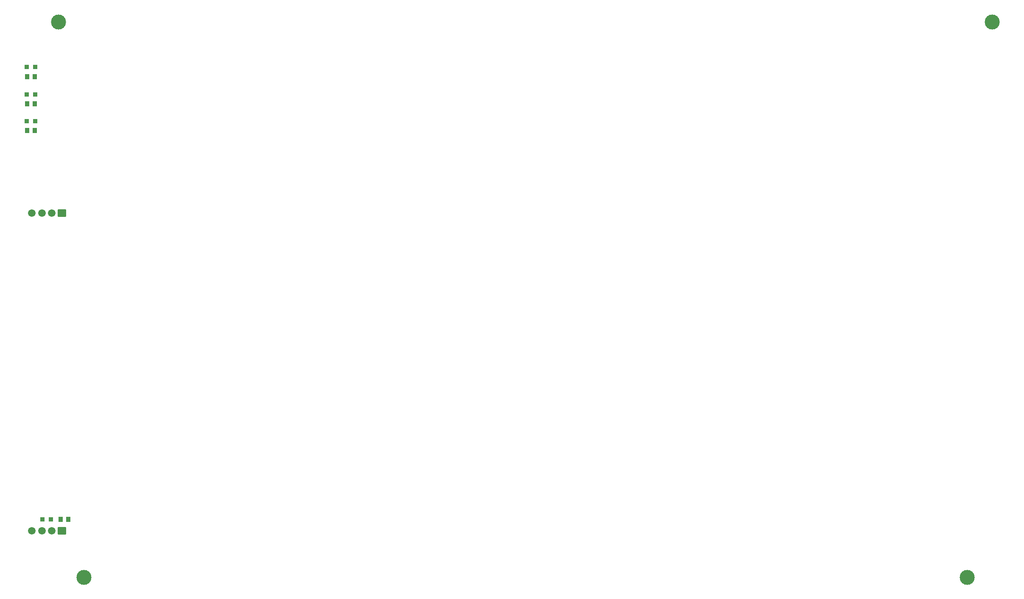
<source format=gts>
G04 Layer: TopSolderMaskLayer*
G04 Panelize: Stamp Hole, Column: 10, Row: 1, Board Size: 15.24mm x 95mm, Panelized Board Size: 206.4mm x 95mm*
G04 EasyEDA v6.5.34, 2023-08-21 18:11:39*
G04 6b2dacb3b0004d39b2713aafaac8f7a9,5a6b42c53f6a479593ecc07194224c93,10*
G04 Gerber Generator version 0.2*
G04 Scale: 100 percent, Rotated: No, Reflected: No *
G04 Dimensions in millimeters *
G04 leading zeros omitted , absolute positions ,4 integer and 5 decimal *
%FSLAX45Y45*%
%MOMM*%

%AMMACRO1*1,1,$1,$2,$3*1,1,$1,$4,$5*1,1,$1,0-$2,0-$3*1,1,$1,0-$4,0-$5*20,1,$1,$2,$3,$4,$5,0*20,1,$1,$4,$5,0-$2,0-$3,0*20,1,$1,0-$2,0-$3,0-$4,0-$5,0*20,1,$1,0-$4,0-$5,$2,$3,0*4,1,4,$2,$3,$4,$5,0-$2,0-$3,0-$4,0-$5,$2,$3,0*%
%ADD10C,1.5016*%
%ADD11MACRO1,0.1016X0.762X0.7X-0.762X0.7*%
%ADD12MACRO1,0.1016X-0.4X-0.4X-0.4X0.4*%
%ADD13MACRO1,0.1016X-0.4032X-0.432X-0.4032X0.432*%
%ADD14MACRO1,0.1016X0.4032X-0.432X0.4032X0.432*%
%ADD15C,3.0000*%

%LPD*%
D10*
G01*
X716000Y8293074D03*
G01*
X916000Y8293074D03*
G01*
X1115999Y8293074D03*
D11*
G01*
X1315996Y8293082D03*
D10*
G01*
X716000Y1943100D03*
G01*
X916000Y1943100D03*
G01*
X1115999Y1943100D03*
D11*
G01*
X1315996Y1943094D03*
D12*
G01*
X783589Y11214100D03*
G01*
X613410Y11214100D03*
D13*
G01*
X773824Y11023600D03*
D14*
G01*
X623175Y11023600D03*
D12*
G01*
X783589Y10668000D03*
G01*
X613410Y10668000D03*
D13*
G01*
X773824Y10477500D03*
D14*
G01*
X623175Y10477500D03*
D12*
G01*
X783589Y10134600D03*
G01*
X613410Y10134600D03*
D13*
G01*
X773824Y9944100D03*
D14*
G01*
X623175Y9944100D03*
D12*
G01*
X1101089Y2171700D03*
G01*
X930910Y2171700D03*
D13*
G01*
X1446924Y2171700D03*
D14*
G01*
X1296275Y2171700D03*
D15*
G01*
X1253998Y12115698D03*
G01*
X19893991Y12115698D03*
G01*
X1753997Y1016101D03*
G01*
X19393992Y1016101D03*
M02*

</source>
